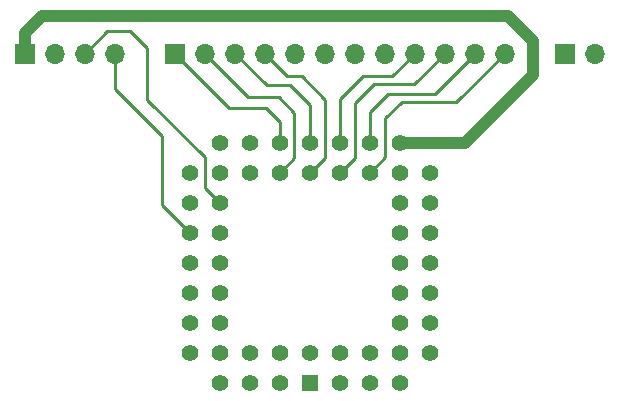
<source format=gtl>
G04 #@! TF.GenerationSoftware,KiCad,Pcbnew,(5.1.6)-1*
G04 #@! TF.CreationDate,2021-06-26T13:41:07+03:00*
G04 #@! TF.ProjectId,a600_rgb2hdmi,61363030-5f72-4676-9232-68646d692e6b,rev?*
G04 #@! TF.SameCoordinates,Original*
G04 #@! TF.FileFunction,Copper,L1,Top*
G04 #@! TF.FilePolarity,Positive*
%FSLAX46Y46*%
G04 Gerber Fmt 4.6, Leading zero omitted, Abs format (unit mm)*
G04 Created by KiCad (PCBNEW (5.1.6)-1) date 2021-06-26 13:41:07*
%MOMM*%
%LPD*%
G01*
G04 APERTURE LIST*
G04 #@! TA.AperFunction,ComponentPad*
%ADD10O,1.700000X1.700000*%
G04 #@! TD*
G04 #@! TA.AperFunction,ComponentPad*
%ADD11R,1.700000X1.700000*%
G04 #@! TD*
G04 #@! TA.AperFunction,ComponentPad*
%ADD12C,1.422400*%
G04 #@! TD*
G04 #@! TA.AperFunction,ComponentPad*
%ADD13R,1.422400X1.422400*%
G04 #@! TD*
G04 #@! TA.AperFunction,Conductor*
%ADD14C,0.250000*%
G04 #@! TD*
G04 #@! TA.AperFunction,Conductor*
%ADD15C,1.000000*%
G04 #@! TD*
G04 APERTURE END LIST*
D10*
X166110000Y-38100000D03*
D11*
X163570000Y-38100000D03*
D10*
X158510000Y-38100000D03*
X155970000Y-38100000D03*
X153430000Y-38100000D03*
X150890000Y-38100000D03*
X148350000Y-38100000D03*
X145810000Y-38100000D03*
X143270000Y-38100000D03*
X140730000Y-38100000D03*
X138190000Y-38100000D03*
X135650000Y-38100000D03*
X133110000Y-38100000D03*
D11*
X130570000Y-38100000D03*
D10*
X125490000Y-38100000D03*
X122950000Y-38100000D03*
X120410000Y-38100000D03*
D11*
X117870000Y-38100000D03*
D12*
X131840000Y-63460000D03*
X131840000Y-60920000D03*
X131840000Y-58380000D03*
X131840000Y-55840000D03*
X131840000Y-53300000D03*
X131840000Y-50760000D03*
X134380000Y-66000000D03*
X134380000Y-60920000D03*
X134380000Y-58380000D03*
X134380000Y-55840000D03*
X134380000Y-53300000D03*
X134380000Y-50760000D03*
X134380000Y-48220000D03*
X134380000Y-45680000D03*
X136920000Y-45680000D03*
X139460000Y-45680000D03*
X142000000Y-45680000D03*
X144540000Y-45680000D03*
X147080000Y-45680000D03*
X149620000Y-45680000D03*
X131840000Y-48220000D03*
X136920000Y-48220000D03*
X139460000Y-48220000D03*
X142000000Y-48220000D03*
X144540000Y-48220000D03*
X147080000Y-48220000D03*
X149620000Y-48220000D03*
X152160000Y-48220000D03*
X152160000Y-50760000D03*
X152160000Y-53300000D03*
X152160000Y-55840000D03*
X152160000Y-58380000D03*
X152160000Y-60920000D03*
X152160000Y-63460000D03*
X149620000Y-50760000D03*
X149620000Y-53300000D03*
X149620000Y-55840000D03*
X149620000Y-58380000D03*
X149620000Y-60920000D03*
X149620000Y-63460000D03*
X136920000Y-66000000D03*
X139460000Y-66000000D03*
X149620000Y-66000000D03*
X147080000Y-66000000D03*
X144540000Y-66000000D03*
D13*
X142000000Y-66000000D03*
D12*
X134380000Y-63460000D03*
X136920000Y-63460000D03*
X139460000Y-63460000D03*
X147080000Y-63460000D03*
X144540000Y-63460000D03*
X142000000Y-63460000D03*
D14*
X144540000Y-45680000D02*
X144540000Y-41960000D01*
X144540000Y-41960000D02*
X146500000Y-40000000D01*
X148990000Y-40000000D02*
X150890000Y-38100000D01*
X146500000Y-40000000D02*
X148990000Y-40000000D01*
X145800000Y-42300000D02*
X147400000Y-40700000D01*
X144540000Y-48220000D02*
X145800000Y-46960000D01*
X150830000Y-40700000D02*
X153430000Y-38100000D01*
X147400000Y-40700000D02*
X150830000Y-40700000D01*
X145800000Y-46960000D02*
X145800000Y-42300000D01*
X147080000Y-45680000D02*
X147080000Y-43020000D01*
X147080000Y-43020000D02*
X148600000Y-41500000D01*
X152570000Y-41500000D02*
X155970000Y-38100000D01*
X148600000Y-41500000D02*
X152570000Y-41500000D01*
X149800000Y-42200000D02*
X154410000Y-42200000D01*
X154410000Y-42200000D02*
X158510000Y-38100000D01*
X148400000Y-43600000D02*
X149800000Y-42200000D01*
X147080000Y-48220000D02*
X148400000Y-46900000D01*
X148400000Y-46900000D02*
X148400000Y-43600000D01*
X142000000Y-48220000D02*
X143300000Y-46920000D01*
X143300000Y-46920000D02*
X143300000Y-42000000D01*
X143300000Y-42000000D02*
X141300000Y-40000000D01*
X140090000Y-40000000D02*
X138190000Y-38100000D01*
X141300000Y-40000000D02*
X140090000Y-40000000D01*
X142000000Y-45680000D02*
X142000000Y-42500000D01*
X142000000Y-42500000D02*
X140300000Y-40800000D01*
X138350000Y-40800000D02*
X135650000Y-38100000D01*
X140300000Y-40800000D02*
X138350000Y-40800000D01*
X139460000Y-48220000D02*
X140700000Y-46980000D01*
X140700000Y-46980000D02*
X140700000Y-43100000D01*
X140700000Y-43100000D02*
X139400000Y-41800000D01*
X136810000Y-41800000D02*
X133110000Y-38100000D01*
X139400000Y-41800000D02*
X136810000Y-41800000D01*
X139460000Y-45680000D02*
X139460000Y-43860000D01*
X139460000Y-43860000D02*
X138300000Y-42700000D01*
X135170000Y-42700000D02*
X130570000Y-38100000D01*
X138300000Y-42700000D02*
X135170000Y-42700000D01*
X134380000Y-50760000D02*
X133100000Y-49480000D01*
X133100000Y-49480000D02*
X133100000Y-46900000D01*
X133100000Y-46900000D02*
X128200000Y-42000000D01*
X128200000Y-42000000D02*
X128200000Y-37600000D01*
X128200000Y-37600000D02*
X126800000Y-36200000D01*
X124850000Y-36200000D02*
X122950000Y-38100000D01*
X126800000Y-36200000D02*
X124850000Y-36200000D01*
X125490000Y-41090000D02*
X125490000Y-38100000D01*
X129500000Y-45100000D02*
X125490000Y-41090000D01*
D15*
X117870000Y-36330000D02*
X117870000Y-38100000D01*
X119300000Y-34900000D02*
X117870000Y-36330000D01*
X155120000Y-45680000D02*
X160900000Y-39900000D01*
X160900000Y-39900000D02*
X160900000Y-37000000D01*
X160900000Y-37000000D02*
X158800000Y-34900000D01*
X149620000Y-45680000D02*
X155120000Y-45680000D01*
X158800000Y-34900000D02*
X119300000Y-34900000D01*
D14*
X129500000Y-50960000D02*
X131840000Y-53300000D01*
X129500000Y-45100000D02*
X129500000Y-50960000D01*
M02*

</source>
